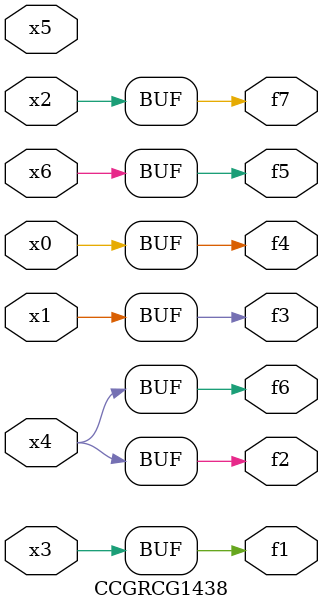
<source format=v>
module CCGRCG1438(
	input x0, x1, x2, x3, x4, x5, x6,
	output f1, f2, f3, f4, f5, f6, f7
);
	assign f1 = x3;
	assign f2 = x4;
	assign f3 = x1;
	assign f4 = x0;
	assign f5 = x6;
	assign f6 = x4;
	assign f7 = x2;
endmodule

</source>
